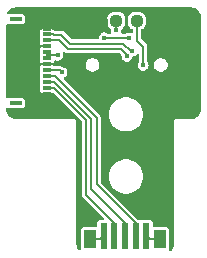
<source format=gbr>
%TF.GenerationSoftware,KiCad,Pcbnew,9.0.0*%
%TF.CreationDate,2025-08-30T20:52:42+01:00*%
%TF.ProjectId,030,3033302e-6b69-4636-9164-5f7063625858,rev?*%
%TF.SameCoordinates,Original*%
%TF.FileFunction,Copper,L1,Top*%
%TF.FilePolarity,Positive*%
%FSLAX46Y46*%
G04 Gerber Fmt 4.6, Leading zero omitted, Abs format (unit mm)*
G04 Created by KiCad (PCBNEW 9.0.0) date 2025-08-30 20:52:42*
%MOMM*%
%LPD*%
G01*
G04 APERTURE LIST*
G04 Aperture macros list*
%AMRoundRect*
0 Rectangle with rounded corners*
0 $1 Rounding radius*
0 $2 $3 $4 $5 $6 $7 $8 $9 X,Y pos of 4 corners*
0 Add a 4 corners polygon primitive as box body*
4,1,4,$2,$3,$4,$5,$6,$7,$8,$9,$2,$3,0*
0 Add four circle primitives for the rounded corners*
1,1,$1+$1,$2,$3*
1,1,$1+$1,$4,$5*
1,1,$1+$1,$6,$7*
1,1,$1+$1,$8,$9*
0 Add four rect primitives between the rounded corners*
20,1,$1+$1,$2,$3,$4,$5,0*
20,1,$1+$1,$4,$5,$6,$7,0*
20,1,$1+$1,$6,$7,$8,$9,0*
20,1,$1+$1,$8,$9,$2,$3,0*%
G04 Aperture macros list end*
%TA.AperFunction,SMDPad,CuDef*%
%ADD10RoundRect,0.237500X-0.250000X-0.237500X0.250000X-0.237500X0.250000X0.237500X-0.250000X0.237500X0*%
%TD*%
%TA.AperFunction,SMDPad,CuDef*%
%ADD11R,0.762000X0.355600*%
%TD*%
%TA.AperFunction,SMDPad,CuDef*%
%ADD12R,1.041400X0.355600*%
%TD*%
%TA.AperFunction,SMDPad,CuDef*%
%ADD13R,1.060000X1.580000*%
%TD*%
%TA.AperFunction,SMDPad,CuDef*%
%ADD14R,0.600000X2.180000*%
%TD*%
%TA.AperFunction,ComponentPad*%
%ADD15O,1.000000X1.600000*%
%TD*%
%TA.AperFunction,ComponentPad*%
%ADD16O,1.000000X2.100000*%
%TD*%
%TA.AperFunction,ViaPad*%
%ADD17C,0.400000*%
%TD*%
%TA.AperFunction,Conductor*%
%ADD18C,0.200000*%
%TD*%
G04 APERTURE END LIST*
D10*
%TO.P,R1,1*%
%TO.N,Net-(J2-PadB5)*%
X107166500Y-53721000D03*
%TO.P,R1,2*%
%TO.N,GND*%
X108991500Y-53721000D03*
%TD*%
D11*
%TO.P,J1,1*%
%TO.N,GND*%
X99570000Y-54388001D03*
%TO.P,J1,2*%
%TO.N,/D+*%
X99570000Y-54888000D03*
%TO.P,J1,3*%
%TO.N,/D-*%
X99570000Y-55388002D03*
%TO.P,J1,4*%
%TO.N,GND*%
X99570000Y-55888001D03*
%TO.P,J1,5*%
%TO.N,+5V*%
X99570000Y-56388000D03*
%TO.P,J1,6*%
X99570000Y-56888001D03*
%TO.P,J1,7*%
%TO.N,GND*%
X99570000Y-57388001D03*
%TO.P,J1,8*%
%TO.N,/Annode*%
X99570000Y-57888002D03*
%TO.P,J1,9*%
%TO.N,/G*%
X99570000Y-58388001D03*
%TO.P,J1,10*%
%TO.N,/R*%
X99570000Y-58888000D03*
%TO.P,J1,11*%
%TO.N,/B*%
X99570000Y-59388002D03*
%TO.P,J1,12*%
%TO.N,GND*%
X99570000Y-59888001D03*
D12*
%TO.P,J1,13*%
%TO.N,N/C*%
X96920000Y-53598000D03*
%TO.P,J1,14*%
X96920000Y-60678002D03*
%TD*%
D10*
%TO.P,R2,1*%
%TO.N,GND*%
X103610500Y-53721000D03*
%TO.P,R2,2*%
%TO.N,Net-(J2-PadA5)*%
X105435500Y-53721000D03*
%TD*%
D13*
%TO.P,D1,1*%
%TO.N,/Annode*%
X109112000Y-72240000D03*
D14*
%TO.P,D1,2*%
X107962000Y-71940000D03*
%TO.P,D1,3*%
%TO.N,/G*%
X107062000Y-71940000D03*
%TO.P,D1,4*%
%TO.N,/R*%
X106162000Y-71940000D03*
%TO.P,D1,5*%
%TO.N,/B*%
X105262000Y-71940000D03*
%TO.P,D1,6*%
%TO.N,/Annode*%
X104362000Y-71940000D03*
D13*
%TO.P,D1,7*%
X103212000Y-72240000D03*
%TD*%
D15*
%TO.P,USB,S1*%
%TO.N,GND*%
X101981000Y-53814000D03*
D16*
X101981000Y-57994000D03*
D15*
X110621000Y-53814000D03*
D16*
X110621000Y-57994000D03*
%TD*%
D17*
%TO.N,+5V*%
X100459000Y-56642000D03*
X104390000Y-55160000D03*
X106490000Y-55170000D03*
%TO.N,/D+*%
X106784810Y-56285190D03*
%TO.N,/D-*%
X106325190Y-56744810D03*
%TO.N,Net-(J2-PadB5)*%
X107710000Y-57500000D03*
%TO.N,Net-(J2-PadA5)*%
X105412000Y-54483000D03*
%TO.N,/Annode*%
X109112000Y-72240000D03*
X103212000Y-72240000D03*
X100840000Y-58102500D03*
%TD*%
D18*
%TO.N,+5V*%
X104390000Y-55160000D02*
X106480000Y-55160000D01*
X106480000Y-55160000D02*
X106490000Y-55170000D01*
X99570000Y-56388000D02*
X99570000Y-56642000D01*
X99570000Y-56642000D02*
X99570000Y-56888001D01*
X99570000Y-56642000D02*
X100459000Y-56642000D01*
%TO.N,/G*%
X100211687Y-58388001D02*
X103761000Y-61937314D01*
X103761000Y-67533000D02*
X107074000Y-70846000D01*
X99570000Y-58388001D02*
X100211687Y-58388001D01*
X103761000Y-61937314D02*
X103761000Y-67533000D01*
X107074000Y-70846000D02*
X107074000Y-72136000D01*
%TO.N,/R*%
X103316500Y-62023158D02*
X103316500Y-67988500D01*
X106174000Y-70846000D02*
X106174000Y-72136000D01*
X103316500Y-67988500D02*
X106174000Y-70846000D01*
X100181342Y-58888000D02*
X103316500Y-62023158D01*
X99570000Y-58888000D02*
X100181342Y-58888000D01*
%TO.N,/B*%
X102872000Y-62109002D02*
X102872000Y-68444000D01*
X99570000Y-59388002D02*
X100151000Y-59388002D01*
X105274000Y-70846000D02*
X105274000Y-72136000D01*
X100151000Y-59388002D02*
X102872000Y-62109002D01*
X99570001Y-59388001D02*
X99570000Y-59388002D01*
X102872000Y-68444000D02*
X105274000Y-70846000D01*
%TO.N,GND*%
X99570000Y-54388001D02*
X99570000Y-54356000D01*
X99570000Y-57388001D02*
X100138001Y-57388001D01*
X98941999Y-55888001D02*
X98940000Y-55890000D01*
X100138001Y-57388001D02*
X100150000Y-57400000D01*
X99051999Y-57388001D02*
X99570000Y-57388001D01*
X99570000Y-55888001D02*
X98941999Y-55888001D01*
X99051999Y-57388001D02*
X99050000Y-57390000D01*
%TO.N,/D+*%
X100141501Y-54888000D02*
X100166502Y-54913001D01*
X99617201Y-54935201D02*
X99570000Y-54888000D01*
X106643389Y-56285190D02*
X106784810Y-56285190D01*
X100762701Y-54913001D02*
X101504700Y-55655000D01*
X101504700Y-55655000D02*
X106013199Y-55655000D01*
X99570000Y-54888000D02*
X100141501Y-54888000D01*
X106013199Y-55655000D02*
X106643389Y-56285190D01*
X100166502Y-54913001D02*
X100762701Y-54913001D01*
%TO.N,/D-*%
X100141501Y-55388002D02*
X100166502Y-55363001D01*
X100576301Y-55363001D02*
X101318300Y-56105000D01*
X99570000Y-55388002D02*
X100141501Y-55388002D01*
X100166502Y-55363001D02*
X100576301Y-55363001D01*
X106325190Y-56603389D02*
X106325190Y-56744810D01*
X105826801Y-56105000D02*
X106325190Y-56603389D01*
X101318300Y-56105000D02*
X105826801Y-56105000D01*
%TO.N,Net-(J2-PadB5)*%
X107190000Y-53744500D02*
X107190000Y-55420000D01*
X107710000Y-55940000D02*
X107710000Y-57500000D01*
X107166500Y-53721000D02*
X107190000Y-53744500D01*
X107190000Y-55420000D02*
X107710000Y-55940000D01*
%TO.N,Net-(J2-PadA5)*%
X105031000Y-53490500D02*
X105181500Y-53340000D01*
X105412000Y-54483000D02*
X105412000Y-53744500D01*
X105412000Y-53744500D02*
X105435500Y-53721000D01*
%TO.N,/Annode*%
X103212000Y-72240000D02*
X104062000Y-72240000D01*
X109112000Y-72240000D02*
X108262000Y-72240000D01*
X103212000Y-72240000D02*
X103212000Y-72240000D01*
X104062000Y-72240000D02*
X104362000Y-71940000D01*
X109112000Y-72240000D02*
X109112000Y-72240000D01*
X100625502Y-57888002D02*
X100840000Y-58102500D01*
X108262000Y-72240000D02*
X107962000Y-71940000D01*
X99570000Y-57888002D02*
X100625502Y-57888002D01*
%TD*%
%TA.AperFunction,Conductor*%
%TO.N,GND*%
G36*
X111806061Y-52601097D02*
G01*
X111816051Y-52602080D01*
X111943824Y-52614665D01*
X111967652Y-52619404D01*
X112094277Y-52657815D01*
X112116725Y-52667114D01*
X112233406Y-52729482D01*
X112253616Y-52742986D01*
X112355891Y-52826920D01*
X112373079Y-52844108D01*
X112457012Y-52946381D01*
X112470517Y-52966593D01*
X112532883Y-53083271D01*
X112542186Y-53105728D01*
X112580593Y-53232338D01*
X112585335Y-53256180D01*
X112598903Y-53393938D01*
X112599500Y-53406092D01*
X112599500Y-61223907D01*
X112598903Y-61236061D01*
X112585335Y-61373819D01*
X112580593Y-61397661D01*
X112542186Y-61524271D01*
X112532883Y-61546728D01*
X112470517Y-61663406D01*
X112457012Y-61683618D01*
X112373079Y-61785891D01*
X112355891Y-61803079D01*
X112253618Y-61887012D01*
X112233406Y-61900517D01*
X112116728Y-61962883D01*
X112094271Y-61972186D01*
X111967661Y-62010593D01*
X111943819Y-62015335D01*
X111806062Y-62028903D01*
X111793908Y-62029500D01*
X110452116Y-62029500D01*
X110378425Y-62060024D01*
X110322024Y-62116425D01*
X110291500Y-62190116D01*
X110291500Y-72643907D01*
X110290903Y-72656061D01*
X110277335Y-72793819D01*
X110272593Y-72817661D01*
X110234186Y-72944271D01*
X110224883Y-72966728D01*
X110162517Y-73083406D01*
X110149012Y-73103618D01*
X110111361Y-73149496D01*
X110053616Y-73188830D01*
X109983771Y-73190701D01*
X109924003Y-73154514D01*
X109893287Y-73091758D01*
X109892106Y-73058669D01*
X109892500Y-73054671D01*
X109892500Y-71425323D01*
X109892499Y-71425321D01*
X109877967Y-71352264D01*
X109877966Y-71352260D01*
X109822601Y-71269399D01*
X109739740Y-71214034D01*
X109739739Y-71214033D01*
X109739735Y-71214032D01*
X109666677Y-71199500D01*
X109666674Y-71199500D01*
X108636500Y-71199500D01*
X108569461Y-71179815D01*
X108523706Y-71127011D01*
X108512500Y-71075500D01*
X108512500Y-70825323D01*
X108512499Y-70825321D01*
X108497967Y-70752264D01*
X108497966Y-70752260D01*
X108442601Y-70669399D01*
X108359740Y-70614034D01*
X108359739Y-70614033D01*
X108359735Y-70614032D01*
X108286677Y-70599500D01*
X108286674Y-70599500D01*
X107637326Y-70599500D01*
X107637324Y-70599500D01*
X107564259Y-70614033D01*
X107559452Y-70616025D01*
X107489983Y-70623494D01*
X107464548Y-70616025D01*
X107459740Y-70614033D01*
X107386676Y-70599500D01*
X107386674Y-70599500D01*
X107374544Y-70599500D01*
X107307505Y-70579815D01*
X107286863Y-70563181D01*
X104147819Y-67424137D01*
X104114334Y-67362814D01*
X104111500Y-67336456D01*
X104111500Y-66899994D01*
X104794087Y-66899994D01*
X104794087Y-66900005D01*
X104813937Y-67139558D01*
X104872947Y-67372588D01*
X104969509Y-67592728D01*
X105001771Y-67642108D01*
X105100987Y-67793968D01*
X105263794Y-67970824D01*
X105453490Y-68118471D01*
X105664901Y-68232881D01*
X105664904Y-68232882D01*
X105892256Y-68310932D01*
X105892258Y-68310932D01*
X105892260Y-68310933D01*
X106129365Y-68350499D01*
X106129366Y-68350499D01*
X106369748Y-68350499D01*
X106369749Y-68350499D01*
X106606854Y-68310933D01*
X106834213Y-68232881D01*
X107045624Y-68118471D01*
X107235320Y-67970824D01*
X107398127Y-67793968D01*
X107529605Y-67592727D01*
X107626166Y-67372590D01*
X107685176Y-67139562D01*
X107705027Y-66900000D01*
X107685176Y-66660438D01*
X107626166Y-66427410D01*
X107529605Y-66207273D01*
X107398127Y-66006032D01*
X107235320Y-65829176D01*
X107235315Y-65829172D01*
X107235313Y-65829170D01*
X107045627Y-65681531D01*
X107045623Y-65681528D01*
X106834214Y-65567119D01*
X106834209Y-65567117D01*
X106606857Y-65489067D01*
X106429025Y-65459392D01*
X106369749Y-65449501D01*
X106129365Y-65449501D01*
X106081944Y-65457414D01*
X105892256Y-65489067D01*
X105664904Y-65567117D01*
X105664899Y-65567119D01*
X105453490Y-65681528D01*
X105453486Y-65681531D01*
X105263800Y-65829170D01*
X105263797Y-65829173D01*
X105100988Y-66006030D01*
X105100985Y-66006034D01*
X104969509Y-66207271D01*
X104872947Y-66427411D01*
X104813937Y-66660441D01*
X104794087Y-66899994D01*
X104111500Y-66899994D01*
X104111500Y-61891172D01*
X104111500Y-61891170D01*
X104087614Y-61802026D01*
X104062485Y-61758502D01*
X104041470Y-61722102D01*
X103969362Y-61649994D01*
X104796530Y-61649994D01*
X104796530Y-61650005D01*
X104816380Y-61889558D01*
X104875390Y-62122588D01*
X104971952Y-62342728D01*
X105029297Y-62430500D01*
X105103430Y-62543968D01*
X105266237Y-62720824D01*
X105455933Y-62868471D01*
X105667344Y-62982881D01*
X105667347Y-62982882D01*
X105894699Y-63060932D01*
X105894701Y-63060932D01*
X105894703Y-63060933D01*
X106131808Y-63100499D01*
X106131809Y-63100499D01*
X106372191Y-63100499D01*
X106372192Y-63100499D01*
X106609297Y-63060933D01*
X106836656Y-62982881D01*
X107048067Y-62868471D01*
X107237763Y-62720824D01*
X107400570Y-62543968D01*
X107532048Y-62342727D01*
X107628609Y-62122590D01*
X107687619Y-61889562D01*
X107701495Y-61722103D01*
X107707470Y-61650005D01*
X107707470Y-61649994D01*
X107687619Y-61410441D01*
X107687619Y-61410438D01*
X107628609Y-61177410D01*
X107532048Y-60957273D01*
X107529610Y-60953542D01*
X107400571Y-60756034D01*
X107400570Y-60756032D01*
X107237763Y-60579176D01*
X107237758Y-60579172D01*
X107237756Y-60579170D01*
X107048070Y-60431531D01*
X107048066Y-60431528D01*
X106836657Y-60317119D01*
X106836652Y-60317117D01*
X106609300Y-60239067D01*
X106431468Y-60209392D01*
X106372192Y-60199501D01*
X106131808Y-60199501D01*
X106084387Y-60207414D01*
X105894699Y-60239067D01*
X105667347Y-60317117D01*
X105667342Y-60317119D01*
X105455933Y-60431528D01*
X105455929Y-60431531D01*
X105266243Y-60579170D01*
X105266240Y-60579173D01*
X105103431Y-60756030D01*
X105103428Y-60756034D01*
X104971952Y-60957271D01*
X104875390Y-61177411D01*
X104816380Y-61410441D01*
X104796530Y-61649994D01*
X103969362Y-61649994D01*
X101020262Y-58700894D01*
X100986777Y-58639571D01*
X100991761Y-58569879D01*
X101033633Y-58513946D01*
X101040882Y-58508912D01*
X101138049Y-58446467D01*
X101222882Y-58348563D01*
X101276697Y-58230726D01*
X101295133Y-58102500D01*
X101276697Y-57974274D01*
X101222882Y-57856437D01*
X101138049Y-57758533D01*
X101029069Y-57688496D01*
X101029068Y-57688495D01*
X101029064Y-57688493D01*
X100907405Y-57652772D01*
X100854658Y-57621476D01*
X100840715Y-57607533D01*
X100840710Y-57607529D01*
X100760792Y-57561389D01*
X100760791Y-57561388D01*
X100760790Y-57561388D01*
X100671646Y-57537502D01*
X100671645Y-57537502D01*
X100181040Y-57537502D01*
X100114001Y-57517817D01*
X100112149Y-57516604D01*
X100073984Y-57491103D01*
X100029179Y-57437491D01*
X100022992Y-57388234D01*
X102835500Y-57388234D01*
X102835500Y-57539765D01*
X102874719Y-57686136D01*
X102876080Y-57688493D01*
X102950485Y-57817365D01*
X103057635Y-57924515D01*
X103188865Y-58000281D01*
X103335234Y-58039500D01*
X103335236Y-58039500D01*
X103486764Y-58039500D01*
X103486766Y-58039500D01*
X103633135Y-58000281D01*
X103764365Y-57924515D01*
X103871515Y-57817365D01*
X103947281Y-57686135D01*
X103986500Y-57539766D01*
X103986500Y-57388234D01*
X103947281Y-57241865D01*
X103871515Y-57110635D01*
X103764365Y-57003485D01*
X103698750Y-56965602D01*
X103633136Y-56927719D01*
X103559950Y-56908109D01*
X103486766Y-56888500D01*
X103335234Y-56888500D01*
X103188863Y-56927719D01*
X103057635Y-57003485D01*
X103057632Y-57003487D01*
X102950487Y-57110632D01*
X102950485Y-57110635D01*
X102874719Y-57241863D01*
X102835500Y-57388234D01*
X100022992Y-57388234D01*
X100020472Y-57368166D01*
X100050626Y-57305139D01*
X100073979Y-57284902D01*
X100131601Y-57246402D01*
X100186966Y-57163541D01*
X100186966Y-57163539D01*
X100191640Y-57152257D01*
X100194880Y-57153599D01*
X100217676Y-57110008D01*
X100278387Y-57075426D01*
X100341854Y-57077122D01*
X100394227Y-57092500D01*
X100394228Y-57092500D01*
X100523773Y-57092500D01*
X100523773Y-57092499D01*
X100648069Y-57056004D01*
X100757049Y-56985967D01*
X100841882Y-56888063D01*
X100895697Y-56770226D01*
X100914133Y-56642000D01*
X100895697Y-56513774D01*
X100895697Y-56513773D01*
X100893199Y-56505267D01*
X100896620Y-56504262D01*
X100889088Y-56451954D01*
X100918099Y-56388392D01*
X100976869Y-56350605D01*
X101046738Y-56350589D01*
X101099511Y-56381893D01*
X101103088Y-56385470D01*
X101163724Y-56420478D01*
X101183012Y-56431614D01*
X101272156Y-56455500D01*
X105630257Y-56455500D01*
X105697296Y-56475185D01*
X105717938Y-56491819D01*
X105838846Y-56612727D01*
X105872331Y-56674050D01*
X105873903Y-56718052D01*
X105870057Y-56744806D01*
X105870057Y-56744809D01*
X105888492Y-56873035D01*
X105895555Y-56888500D01*
X105942308Y-56990873D01*
X106027141Y-57088777D01*
X106136121Y-57158814D01*
X106175298Y-57170317D01*
X106260415Y-57195309D01*
X106260417Y-57195310D01*
X106260418Y-57195310D01*
X106389963Y-57195310D01*
X106389963Y-57195309D01*
X106514259Y-57158814D01*
X106623239Y-57088777D01*
X106708072Y-56990873D01*
X106761887Y-56873036D01*
X106767298Y-56835399D01*
X106796322Y-56771844D01*
X106855097Y-56734070D01*
X106973879Y-56699194D01*
X107082859Y-56629157D01*
X107141787Y-56561149D01*
X107200564Y-56523375D01*
X107270433Y-56523374D01*
X107329212Y-56561148D01*
X107358238Y-56624703D01*
X107359500Y-56642352D01*
X107359500Y-57170317D01*
X107339815Y-57237356D01*
X107329215Y-57251517D01*
X107327119Y-57253935D01*
X107327116Y-57253939D01*
X107273302Y-57371774D01*
X107254867Y-57500000D01*
X107273302Y-57628225D01*
X107327117Y-57746061D01*
X107327118Y-57746063D01*
X107411951Y-57843967D01*
X107520931Y-57914004D01*
X107645225Y-57950499D01*
X107645227Y-57950500D01*
X107645228Y-57950500D01*
X107774773Y-57950500D01*
X107774773Y-57950499D01*
X107899069Y-57914004D01*
X108008049Y-57843967D01*
X108092882Y-57746063D01*
X108146697Y-57628226D01*
X108165133Y-57500000D01*
X108149064Y-57388234D01*
X108615500Y-57388234D01*
X108615500Y-57539765D01*
X108654719Y-57686136D01*
X108656080Y-57688493D01*
X108730485Y-57817365D01*
X108837635Y-57924515D01*
X108968865Y-58000281D01*
X109115234Y-58039500D01*
X109115236Y-58039500D01*
X109266764Y-58039500D01*
X109266766Y-58039500D01*
X109413135Y-58000281D01*
X109544365Y-57924515D01*
X109651515Y-57817365D01*
X109727281Y-57686135D01*
X109766500Y-57539766D01*
X109766500Y-57388234D01*
X109727281Y-57241865D01*
X109651515Y-57110635D01*
X109544365Y-57003485D01*
X109478750Y-56965602D01*
X109413136Y-56927719D01*
X109339950Y-56908109D01*
X109266766Y-56888500D01*
X109115234Y-56888500D01*
X108968863Y-56927719D01*
X108837635Y-57003485D01*
X108837632Y-57003487D01*
X108730487Y-57110632D01*
X108730485Y-57110635D01*
X108654719Y-57241863D01*
X108615500Y-57388234D01*
X108149064Y-57388234D01*
X108146697Y-57371774D01*
X108116265Y-57305139D01*
X108092883Y-57253939D01*
X108092882Y-57253938D01*
X108092882Y-57253937D01*
X108090784Y-57251516D01*
X108089456Y-57248607D01*
X108088089Y-57246480D01*
X108088395Y-57246283D01*
X108061762Y-57187961D01*
X108060500Y-57170317D01*
X108060500Y-55893858D01*
X108060500Y-55893856D01*
X108036614Y-55804712D01*
X108033973Y-55800138D01*
X108028286Y-55790287D01*
X108028284Y-55790285D01*
X107990470Y-55724788D01*
X107576819Y-55311137D01*
X107543334Y-55249814D01*
X107540500Y-55223456D01*
X107540500Y-54519184D01*
X107560185Y-54452145D01*
X107612989Y-54406390D01*
X107621168Y-54403002D01*
X107652773Y-54391214D01*
X107652774Y-54391213D01*
X107652778Y-54391212D01*
X107765116Y-54307116D01*
X107849212Y-54194778D01*
X107898251Y-54063299D01*
X107902229Y-54026299D01*
X107904499Y-54005190D01*
X107904500Y-54005173D01*
X107904500Y-53436826D01*
X107904499Y-53436809D01*
X107898251Y-53378700D01*
X107871045Y-53305759D01*
X107849212Y-53247222D01*
X107843505Y-53239599D01*
X107802059Y-53184234D01*
X107765116Y-53134884D01*
X107696170Y-53083271D01*
X107652780Y-53050789D01*
X107652778Y-53050788D01*
X107626144Y-53040854D01*
X107521299Y-53001748D01*
X107463190Y-52995500D01*
X107463174Y-52995500D01*
X106869826Y-52995500D01*
X106869809Y-52995500D01*
X106811700Y-53001748D01*
X106680219Y-53050789D01*
X106567884Y-53134884D01*
X106483789Y-53247219D01*
X106434748Y-53378700D01*
X106428500Y-53436809D01*
X106428500Y-54005190D01*
X106434748Y-54063299D01*
X106451947Y-54109409D01*
X106483788Y-54194778D01*
X106567884Y-54307116D01*
X106680222Y-54391212D01*
X106758835Y-54420533D01*
X106814767Y-54462404D01*
X106839184Y-54527868D01*
X106839500Y-54536714D01*
X106839500Y-54637457D01*
X106819815Y-54704496D01*
X106767011Y-54750251D01*
X106697853Y-54760195D01*
X106680567Y-54756435D01*
X106554772Y-54719500D01*
X106425228Y-54719500D01*
X106425226Y-54719500D01*
X106300935Y-54755994D01*
X106300932Y-54755995D01*
X106300931Y-54755996D01*
X106248305Y-54789816D01*
X106181268Y-54809500D01*
X105951096Y-54809500D01*
X105884057Y-54789815D01*
X105838302Y-54737011D01*
X105828358Y-54667853D01*
X105838301Y-54633989D01*
X105848697Y-54611226D01*
X105867133Y-54483000D01*
X105867132Y-54482998D01*
X105868021Y-54476821D01*
X105897046Y-54413266D01*
X105916448Y-54395201D01*
X105921775Y-54391213D01*
X105921778Y-54391212D01*
X106034116Y-54307116D01*
X106118212Y-54194778D01*
X106167251Y-54063299D01*
X106171229Y-54026299D01*
X106173499Y-54005190D01*
X106173500Y-54005173D01*
X106173500Y-53436826D01*
X106173499Y-53436809D01*
X106167251Y-53378700D01*
X106140045Y-53305759D01*
X106118212Y-53247222D01*
X106112505Y-53239599D01*
X106071059Y-53184234D01*
X106034116Y-53134884D01*
X105965170Y-53083271D01*
X105921780Y-53050789D01*
X105921778Y-53050788D01*
X105895144Y-53040854D01*
X105790299Y-53001748D01*
X105732190Y-52995500D01*
X105732174Y-52995500D01*
X105266359Y-52995500D01*
X105234266Y-52991275D01*
X105227646Y-52989501D01*
X105227644Y-52989501D01*
X105135356Y-52989501D01*
X105135354Y-52989501D01*
X105135348Y-52989502D01*
X105104909Y-52997657D01*
X105086084Y-53001170D01*
X105080705Y-53001748D01*
X105080694Y-53001751D01*
X105063410Y-53008196D01*
X105052199Y-53011780D01*
X105046212Y-53013385D01*
X105040706Y-53015665D01*
X105030516Y-53020465D01*
X104949222Y-53050787D01*
X104949221Y-53050788D01*
X104836884Y-53134884D01*
X104752788Y-53247221D01*
X104752787Y-53247224D01*
X104730954Y-53305759D01*
X104722161Y-53324422D01*
X104704387Y-53355208D01*
X104704384Y-53355214D01*
X104680501Y-53444350D01*
X104680501Y-53536645D01*
X104693275Y-53584319D01*
X104697500Y-53616411D01*
X104697500Y-54005190D01*
X104703748Y-54063299D01*
X104720947Y-54109409D01*
X104752788Y-54194778D01*
X104836884Y-54307116D01*
X104909141Y-54361208D01*
X104951012Y-54417141D01*
X104957569Y-54478115D01*
X104956867Y-54482999D01*
X104975302Y-54611223D01*
X104975302Y-54611224D01*
X104975303Y-54611226D01*
X104985699Y-54633989D01*
X104995642Y-54703147D01*
X104966617Y-54766703D01*
X104907838Y-54804477D01*
X104872904Y-54809500D01*
X104714293Y-54809500D01*
X104647254Y-54789815D01*
X104579071Y-54745996D01*
X104579066Y-54745994D01*
X104454774Y-54709500D01*
X104454772Y-54709500D01*
X104325228Y-54709500D01*
X104325226Y-54709500D01*
X104200935Y-54745994D01*
X104200932Y-54745995D01*
X104200931Y-54745996D01*
X104149677Y-54778934D01*
X104091950Y-54816033D01*
X104007118Y-54913937D01*
X104007117Y-54913938D01*
X103953302Y-55031774D01*
X103934867Y-55160000D01*
X103934867Y-55160003D01*
X103935277Y-55162856D01*
X103934867Y-55165707D01*
X103934867Y-55168869D01*
X103934412Y-55168869D01*
X103925332Y-55232014D01*
X103879576Y-55284817D01*
X103812539Y-55304500D01*
X101701244Y-55304500D01*
X101634205Y-55284815D01*
X101613563Y-55268181D01*
X100977914Y-54632532D01*
X100977909Y-54632528D01*
X100897991Y-54586388D01*
X100897990Y-54586387D01*
X100897989Y-54586387D01*
X100808845Y-54562501D01*
X100808844Y-54562501D01*
X100297276Y-54562501D01*
X100265183Y-54558276D01*
X100233027Y-54549660D01*
X100187645Y-54537500D01*
X100187644Y-54537500D01*
X100181040Y-54537500D01*
X100114001Y-54517815D01*
X100112188Y-54516628D01*
X100073450Y-54490745D01*
X100048739Y-54474233D01*
X100048735Y-54474232D01*
X99975677Y-54459700D01*
X99975674Y-54459700D01*
X99164326Y-54459700D01*
X99164323Y-54459700D01*
X99091264Y-54474232D01*
X99091260Y-54474233D01*
X99008399Y-54529599D01*
X98953033Y-54612460D01*
X98953032Y-54612464D01*
X98938500Y-54685521D01*
X98938500Y-55090473D01*
X98943142Y-55113816D01*
X98943142Y-55162186D01*
X98938500Y-55185528D01*
X98938500Y-55590480D01*
X98953032Y-55663537D01*
X98953033Y-55663541D01*
X99008399Y-55746403D01*
X99066013Y-55784899D01*
X99110818Y-55838511D01*
X99119525Y-55907836D01*
X99089371Y-55970863D01*
X99066013Y-55991103D01*
X99008399Y-56029598D01*
X98953033Y-56112460D01*
X98953032Y-56112464D01*
X98938500Y-56185521D01*
X98938500Y-56590477D01*
X98943141Y-56613813D01*
X98943142Y-56662185D01*
X98938500Y-56685527D01*
X98938500Y-57090479D01*
X98953032Y-57163536D01*
X98953033Y-57163540D01*
X98969351Y-57187961D01*
X99008399Y-57246402D01*
X99066014Y-57284899D01*
X99110820Y-57338510D01*
X99119527Y-57407835D01*
X99089373Y-57470863D01*
X99066015Y-57491103D01*
X99026035Y-57517817D01*
X99008399Y-57529601D01*
X99001608Y-57539765D01*
X98953033Y-57612462D01*
X98953032Y-57612466D01*
X98938500Y-57685523D01*
X98938500Y-58090477D01*
X98943141Y-58113813D01*
X98943141Y-58162188D01*
X98938500Y-58185523D01*
X98938500Y-58590476D01*
X98943141Y-58613812D01*
X98943141Y-58662187D01*
X98938500Y-58685522D01*
X98938500Y-59090473D01*
X98943142Y-59113816D01*
X98943142Y-59162186D01*
X98938500Y-59185528D01*
X98938500Y-59590480D01*
X98953032Y-59663537D01*
X98953033Y-59663541D01*
X98953034Y-59663542D01*
X99008399Y-59746403D01*
X99079064Y-59793619D01*
X99091260Y-59801768D01*
X99091264Y-59801769D01*
X99164321Y-59816301D01*
X99164324Y-59816302D01*
X99164326Y-59816302D01*
X99975672Y-59816302D01*
X99975674Y-59816302D01*
X100000702Y-59811323D01*
X100070290Y-59817549D01*
X100112575Y-59845259D01*
X102485181Y-62217865D01*
X102518666Y-62279188D01*
X102521500Y-62305546D01*
X102521500Y-68490143D01*
X102545386Y-68579287D01*
X102545387Y-68579290D01*
X102591527Y-68659208D01*
X102591531Y-68659213D01*
X104320137Y-70387819D01*
X104353622Y-70449142D01*
X104348638Y-70518834D01*
X104306766Y-70574767D01*
X104241302Y-70599184D01*
X104232456Y-70599500D01*
X104037323Y-70599500D01*
X103964264Y-70614032D01*
X103964260Y-70614033D01*
X103881399Y-70669399D01*
X103826033Y-70752260D01*
X103826032Y-70752264D01*
X103811500Y-70825321D01*
X103811500Y-71075500D01*
X103791815Y-71142539D01*
X103739011Y-71188294D01*
X103687500Y-71199500D01*
X102657323Y-71199500D01*
X102584264Y-71214032D01*
X102584260Y-71214033D01*
X102501399Y-71269399D01*
X102446033Y-71352260D01*
X102446032Y-71352264D01*
X102431500Y-71425321D01*
X102431500Y-73040379D01*
X102411815Y-73107418D01*
X102359011Y-73153173D01*
X102289853Y-73163117D01*
X102226297Y-73134092D01*
X102211651Y-73119049D01*
X102198982Y-73103612D01*
X102185482Y-73083406D01*
X102172260Y-73058669D01*
X102123114Y-72966725D01*
X102113815Y-72944277D01*
X102075404Y-72817652D01*
X102070665Y-72793824D01*
X102057097Y-72656060D01*
X102056500Y-72643907D01*
X102056500Y-62190119D01*
X102056499Y-62190116D01*
X102028528Y-62122588D01*
X102025976Y-62116426D01*
X101969574Y-62060024D01*
X101895883Y-62029500D01*
X101895882Y-62029500D01*
X96906092Y-62029500D01*
X96893938Y-62028903D01*
X96756180Y-62015335D01*
X96732340Y-62010593D01*
X96605728Y-61972186D01*
X96583271Y-61962883D01*
X96466593Y-61900517D01*
X96446381Y-61887012D01*
X96344108Y-61803079D01*
X96326920Y-61785891D01*
X96274568Y-61722100D01*
X96242986Y-61683616D01*
X96229482Y-61663406D01*
X96222319Y-61650005D01*
X96167114Y-61546725D01*
X96157815Y-61524277D01*
X96119404Y-61397652D01*
X96114665Y-61373824D01*
X96101097Y-61236060D01*
X96100500Y-61223907D01*
X96100500Y-61189411D01*
X96120185Y-61122372D01*
X96172989Y-61076617D01*
X96242147Y-61066673D01*
X96293389Y-61086308D01*
X96301560Y-61091768D01*
X96301563Y-61091768D01*
X96301564Y-61091769D01*
X96374621Y-61106301D01*
X96374624Y-61106302D01*
X96374626Y-61106302D01*
X97465376Y-61106302D01*
X97465377Y-61106301D01*
X97538440Y-61091768D01*
X97621301Y-61036403D01*
X97676666Y-60953542D01*
X97691200Y-60880476D01*
X97691200Y-60475528D01*
X97691200Y-60475525D01*
X97691199Y-60475523D01*
X97676667Y-60402466D01*
X97676666Y-60402462D01*
X97621301Y-60319601D01*
X97546610Y-60269695D01*
X97538439Y-60264235D01*
X97538435Y-60264234D01*
X97465377Y-60249702D01*
X97465374Y-60249702D01*
X96374626Y-60249702D01*
X96374623Y-60249702D01*
X96301564Y-60264234D01*
X96301557Y-60264237D01*
X96293389Y-60269695D01*
X96226712Y-60290572D01*
X96159332Y-60272086D01*
X96112642Y-60220107D01*
X96100500Y-60166592D01*
X96100500Y-54109409D01*
X96120185Y-54042370D01*
X96172989Y-53996615D01*
X96242147Y-53986671D01*
X96293389Y-54006306D01*
X96301560Y-54011766D01*
X96301563Y-54011766D01*
X96301564Y-54011767D01*
X96374621Y-54026299D01*
X96374624Y-54026300D01*
X96374626Y-54026300D01*
X97465376Y-54026300D01*
X97465377Y-54026299D01*
X97538440Y-54011766D01*
X97621301Y-53956401D01*
X97676666Y-53873540D01*
X97691200Y-53800474D01*
X97691200Y-53395526D01*
X97691200Y-53395523D01*
X97691199Y-53395521D01*
X97676667Y-53322464D01*
X97676666Y-53322460D01*
X97665507Y-53305759D01*
X97621301Y-53239599D01*
X97538440Y-53184234D01*
X97538439Y-53184233D01*
X97538435Y-53184232D01*
X97465377Y-53169700D01*
X97465374Y-53169700D01*
X96374626Y-53169700D01*
X96374625Y-53169700D01*
X96347872Y-53175021D01*
X96278281Y-53168792D01*
X96223104Y-53125928D01*
X96199861Y-53060038D01*
X96214324Y-52994951D01*
X96229485Y-52966587D01*
X96242982Y-52946387D01*
X96326924Y-52844103D01*
X96344103Y-52826924D01*
X96446387Y-52742982D01*
X96466587Y-52729485D01*
X96583278Y-52667113D01*
X96605719Y-52657816D01*
X96732349Y-52619403D01*
X96756173Y-52614665D01*
X96885170Y-52601960D01*
X96893939Y-52601097D01*
X96906092Y-52600500D01*
X96939882Y-52600500D01*
X111760118Y-52600500D01*
X111793908Y-52600500D01*
X111806061Y-52601097D01*
G37*
%TD.AperFunction*%
%TD*%
M02*

</source>
